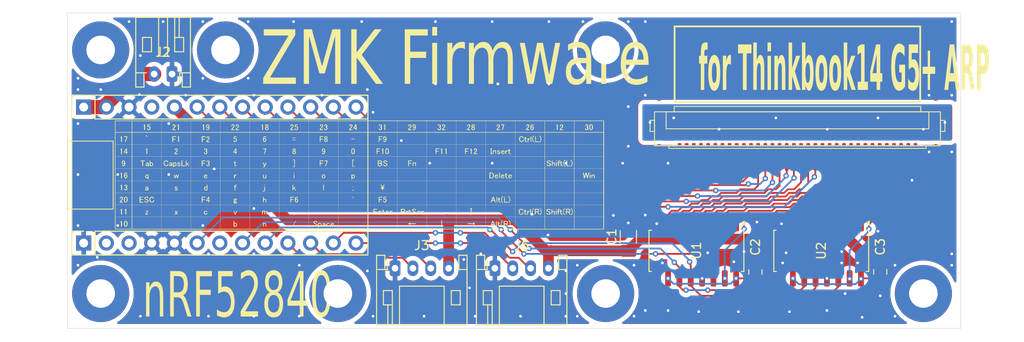
<source format=kicad_pcb>
(kicad_pcb (version 20241229) (generator "pcbnew") (generator_version "9.0")
  (layers (0 "F.Cu" signal) (2 "B.Cu" signal) (13 "F.Paste" user) (15 "B.Paste" user) (5 "F.SilkS" user "F.Silkscreen") (7 "B.SilkS" user "B.Silkscreen") (1 "F.Mask" user) (3 "B.Mask" user) (25 "Edge.Cuts" user))
  (net 0 "")
  (net 7 "GND")
  (net 8 "SCLK")
  (net 9 "GP_1")
  (net 11 "GP_0")
  (net 12 "Earth")
  (net 13 "+3V3")
  (net 14 "CS")
  (net 15 "MISO")
  (net 17 "MOSI")
  (net 19 "BAT+")
  (net 20 "col05")
  (net 21 "col07")
  (net 22 "col02")
  (net 23 "Net-(U1-QH')")
  (net 24 "col00")
  (net 25 "col01")
  (net 26 "col04")
  (net 27 "col03")
  (net 28 "col06")
  (net 29 "col12")
  (net 30 "col09")
  (net 31 "col08")
  (net 32 "col11")
  (net 33 "col10")
  (net 34 "col14")
  (net 35 "col13")
  (net 37 "col15")
  (net 38 "row00")
  (net 42 "row06")
  (net 43 "row02")
  (net 44 "row04")
  (net 46 "row03")
  (net 47 "row01")
  (net 48 "row05")
  (net 49 "row07")
  (net 50 "SDA")
  (net 51 "SCL")
  (footprint "Capacitor_SMD:C_1206_3216Metric_Pad1.33x1.80mm_HandSolder" (layer "F.Cu") (at 193.04 78.105 90)
    (property "Reference" "C1")
    (property "Value" "10uF")
  )
  (footprint "Connector_PinSocket_2.54mm:PinSocket_1x13_P2.54mm_Vertical" (layer "F.Cu") (at 132.08 78.8 90)
    (property "Reference" "J4" (hide yes))
    (property "Value" "Conn_01x13_Socket")
  )
  (footprint "LOGO" (layer "F.Cu") (at 162.941 71.12)
    (property "Reference" "G***" (hide yes))
    (property "Value" "LOGO" (hide yes))
  )
  (footprint "Connector_JST:JST_PH_S4B-PH-K_1x04_P2.00mm_Horizontal" (layer "F.Cu") (at 166.926 81.624)
    (property "Reference" "J3")
    (property "Value" "Conn_01x04_Socket")
  )
  (footprint "Connector_JST:JST_PH_S2B-PH-K_1x02_P2.00mm_Horizontal" (layer "F.Cu") (at 141.97 59.854 180)
    (property "Reference" "J2")
    (property "Value" "Conn_01x02_Pin")
  )
  (footprint "Package_SO:SOP-16_4.4x10.4mm_P1.27mm" (layer "F.Cu") (at 214.63 79.6685 -90)
    (property "Reference" "U2")
    (property "Value" "74HC595")
  )
  (footprint "MountingHole:MountingHole_3.2mm_M3_Pad" (layer "F.Cu") (at 147.955 57.15)
    (property "Reference" "REF**" (hide yes))
    (property "Value" "MountingHole_3.2mm_M3_Pad")
  )
  (footprint "Capacitor_SMD:C_0805_2012Metric_Pad1.18x1.45mm_HandSolder" (layer "F.Cu") (at 221.234 82.0205 90)
    (property "Reference" "C3")
    (property "Value" "0.1uF")
  )
  (footprint "MountingHole:MountingHole_3.2mm_M3_Pad" (layer "F.Cu") (at 160.528 84.455)
    (property "Reference" "REF**" (hide yes))
    (property "Value" "MountingHole_3.2mm_M3_Pad")
  )
  (footprint "Package_SO:SOP-16_4.4x10.4mm_P1.27mm" (layer "F.Cu") (at 200.66 79.6685 -90)
    (property "Reference" "U1")
    (property "Value" "74HC595")
  )
  (footprint "MountingHole:MountingHole_3.2mm_M3_Pad" (layer "F.Cu") (at 190.5 84.455)
    (property "Reference" "REF**" (hide yes))
    (property "Value" "MountingHole_3.2mm_M3_Pad")
  )
  (footprint "MountingHole:MountingHole_3.2mm_M3_Pad" (layer "F.Cu") (at 226.06 84.455)
    (property "Reference" "REF**" (hide yes))
    (property "Value" "MountingHole_3.2mm_M3_Pad")
  )
  (footprint "Connector:FFC-PFC_0.8mm_34Pin" (layer "F.Cu") (at 211.968296 66.04)
    (property "Reference" "J1" (hide yes))
    (property "Value" "Conn_01x34_Pin" (hide yes))
  )
  (footprint "Connector_PinSocket_2.54mm:PinSocket_1x13_P2.54mm_Vertical" (layer "F.Cu") (at 132.08 63.56 90)
    (property "Reference" "J5" (hide yes))
    (property "Value" "Conn_01x13_Socket")
  )
  (footprint "Capacitor_SMD:C_0805_2012Metric_Pad1.18x1.45mm_HandSolder" (layer "F.Cu") (at 207.264 82.042 90)
    (property "Reference" "C2")
    (property "Value" "0.1uF")
  )
  (footprint "Connector_JST:JST_PH_S4B-PH-K_1x04_P2.00mm_Horizontal" (layer "F.Cu") (at 178.102 81.624)
    (property "Reference" "J6")
    (property "Value" "Conn_01x04_Socket")
  )
  (footprint "MountingHole:MountingHole_3.2mm_M3_Pad" (layer "F.Cu") (at 190.5 57.15)
    (property "Reference" "REF**" (hide yes))
    (property "Value" "MountingHole_3.2mm_M3_Pad")
  )
  (footprint "MountingHole:MountingHole_3.2mm_M3_Pad" (layer "F.Cu") (at 133.985 57.15)
    (property "Reference" "REF**" (hide yes))
    (property "Value" "MountingHole_3.2mm_M3_Pad")
  )
  (footprint "MountingHole:MountingHole_3.2mm_M3_Pad" (layer "F.Cu") (at 133.985 84.455)
    (property "Reference" "REF**" (hide yes))
    (property "Value" "MountingHole_3.2mm_M3_Pad")
  )
  (gr_rect (start 198.214296 54.516) (end 225.706296 62.992) (stroke (width 0.2)) (fill no) (layer "F.SilkS"))
  (gr_rect (start 130.75 62.23) (end 163.89 80.13) (stroke (width 0.1)) (fill no) (layer "F.SilkS"))
  (gr_rect (start 130.302 67.37) (end 135.382 74.99) (stroke (width 0.1)) (fill no) (layer "F.SilkS"))
  (gr_rect (start 130.25 53.016) (end 230.25 88.365) (stroke (width 0.05)) (fill no) (layer "Edge.Cuts"))
  (gr_text "for Thinkbook14 G5+ ARP" (at 200.914 62.484 0) (layer "F.SilkS") (effects (font (size 5 1.6) (thickness 0.25) (bold yes)) (justify left bottom)))
  (gr_text "ZMK Firmware" (at 151.892 61.976 0) (layer "F.SilkS") (effects (font (size 6 4.4) (thickness 0.1)) (justify left bottom)))
  (gr_text "nRF52840" (at 138.684 87.884 0) (layer "F.SilkS") (effects (font (size 5 3) (thickness 0.1)) (justify left bottom)))
  (via (at 141.605 65.405) (size 0.6) (drill 0.3) (layers "F.Cu" "B.Cu") (net 7))
  (via (at 186.055 84.455) (size 0.6) (drill 0.3) (layers "F.Cu" "B.Cu") (net 7))
  (via (at 194.945 86.36) (size 0.6) (drill 0.3) (layers "F.Cu" "B.Cu") (net 7))
  (via (at 194.945 53.975) (size 0.6) (drill 0.3) (layers "F.Cu" "B.Cu") (net 7))
  (via (at 131.445 65.405) (size 0.6) (drill 0.3) (layers "F.Cu" "B.Cu") (net 7))
  (via (at 131.445 76.835) (size 0.6) (drill 0.3) (layers "F.Cu" "B.Cu") (net 7))
  (via (at 146.685 70.485) (size 0.6) (drill 0.3) (layers "F.Cu" "B.Cu") (net 7))
  (via (at 205.994 79.756) (size 0.6) (drill 0.3) (layers "F.Cu" "B.Cu") (net 7))
  (via (at 200.914 86.487) (size 0.6) (drill 0.3) (layers "F.Cu" "B.Cu") (net 7))
  (via (at 145.415 76.835) (size 0.6) (drill 0.3) (layers "F.Cu" "B.Cu") (net 7))
  (via (at 216.916 81.026) (size 0.6) (drill 0.3) (layers "F.Cu" "B.Cu") (net 7))
  (via (at 164.465 86.995) (size 0.6) (drill 0.3) (layers "F.Cu" "B.Cu") (net 7))
  (via (at 184.15 60.96) (size 0.6) (drill 0.3) (layers "F.Cu" "B.Cu") (net 7))
  (via (at 170.18 86.995) (size 0.6) (drill 0.3) (layers "F.Cu" "B.Cu") (net 7))
  (via (at 151.13 86.995) (size 0.6) (drill 0.3) (layers "F.Cu" "B.Cu") (net 7))
  (via (at 133.603602 80.390829) (size 0.6) (drill 0.3) (layers "F.Cu" "B.Cu") (net 7))
  (via (at 216.916 79.756) (size 0.6) (drill 0.3) (layers "F.Cu" "B.Cu") (net 7))
  (via (at 171.45 60.96) (size 0.6) (drill 0.3) (layers "F.Cu" "B.Cu") (net 7))
  (via (at 131.445 71.12) (size 0.6) (drill 0.3) (layers "F.Cu" "B.Cu") (net 7))
  (via (at 193.04 60.325) (size 0.6) (drill 0.3) (layers "F.Cu" "B.Cu") (net 7))
  (via (at 163.83 81.915) (size 0.6) (drill 0.3) (layers "F.Cu" "B.Cu") (net 7))
  (via (at 192.405 69.85) (size 0.6) (drill 0.3) (layers "F.Cu" "B.Cu") (net 7))
  (via (at 140.97 53.975) (size 0.6) (drill 0.3) (layers "F.Cu" "B.Cu") (net 7))
  (via (at 194.945 62.23) (size 0.6) (drill 0.3) (layers "F.Cu" "B.Cu") (net 7))
  (via (at 201.93 79.883) (size 0.6) (drill 0.3) (layers "F.Cu" "B.Cu") (net 7))
  (via (at 193.04 76.5425) (size 0.6) (drill 0.3) (layers "F.Cu" "B.Cu") (net 7))
  (via (at 151.13 80.01) (size 0.6) (drill 0.3) (layers "F.Cu" "B.Cu") (net 7))
  (via (at 196.215 76.63) (size 0.6) (drill 0.3) (layers "F.Cu" "B.Cu") (net 7))
  (via (at 146.05 86.995) (size 0.6) (drill 0.3) (layers "F.Cu" "B.Cu") (net 7))
  (via (at 186.055 69.85) (size 0.6) (drill 0.3) (layers "F.Cu" "B.Cu") (net 7))
  (via (at 177.8 69.85) (size 0.6) (drill 0.3) (layers "F.Cu" "B.Cu") (net 7))
  (via (at 163.83 61.595) (size 0.6) (drill 0.3) (layers "F.Cu" "B.Cu") (net 7))
  (via (at 145.415 53.975) (size 0.6) (drill 0.3) (layers "F.Cu" "B.Cu") (net 7))
  (via (at 193.04 67.945) (size 0.6) (drill 0.3) (layers "F.Cu" "B.Cu") (net 7))
  (via (at 171.45 53.975) (size 0.6) (drill 0.3) (layers "F.Cu" "B.Cu") (net 7))
  (via (at 193.675 81.28) (size 0.6) (drill 0.3) (layers "F.Cu" "B.Cu") (net 7))
  (via (at 131.445 81.28) (size 0.6) (drill 0.3) (layers "F.Cu" "B.Cu") (net 7))
  (via (at 193.04 63.5) (size 0.6) (drill 0.3) (layers "F.Cu" "B.Cu") (net 7))
  (via (at 151.13 62.23) (size 0.6) (drill 0.3) (layers "F.Cu" "B.Cu") (net 7))
  (via (at 221.234 84.709) (size 0.6) (drill 0.3) (layers "F.Cu" "B.Cu") (net 7))
  (via (at 184.15 53.975) (size 0.6) (drill 0.3) (layers "F.Cu" "B.Cu") (net 7))
  (via (at 215.265 82.756) (size 0.6) (drill 0.3) (layers "F.Cu" "B.Cu") (net 7))
  (via (at 215.265 86.36) (size 0.6) (drill 0.3) (layers "F.Cu" "B.Cu") (net 7))
  (via (at 141.605 71.12) (size 0.6) (drill 0.3) (layers "F.Cu" "B.Cu") (net 7))
  (via (at 164.465 64.135) (size 0.6) (drill 0.3) (layers "F.Cu" "B.Cu") (net 7))
  (via (at 193.04 53.975) (size 0.6) (drill 0.3) (layers "F.Cu" "B.Cu") (net 7))
  (via (at 222.885 86.995) (size 0.6) (drill 0.3) (layers "F.Cu" "B.Cu") (net 7))
  (via (at 219.202 87.122) (size 0.6) (drill 0.3) (layers "F.Cu" "B.Cu") (net 7))
  (via (at 207.430479 76.443821) (size 0.6) (drill 0.3) (layers "F.Cu" "B.Cu") (net 7))
  (via (at 210.312 81.026) (size 0.6) (drill 0.3) (layers "F.Cu" "B.Cu") (net 7))
  (via (at 138.43 86.995) (size 0.6) (drill 0.3) (layers "F.Cu" "B.Cu") (net 7))
  (via (at 163.195 53.975) (size 0.6) (drill 0.3) (layers "F.Cu" "B.Cu") (net 7))
  (via (at 186.055 81.915) (size 0.6) (drill 0.3) (layers "F.Cu" "B.Cu") (net 7))
  (via (at 155.575 53.975) (size 0.6) (drill 0.3) (layers "F.Cu" "B.Cu") (net 7))
  (via (at 220.98 77.47) (size 0.6) (drill 0.3) (layers "F.Cu" "B.Cu") (net 7))
  (via (at 135.89 76.835) (size 0.6) (drill 0.3) (layers "F.Cu" "B.Cu") (net 7))
  (via (at 175.26 83.82) (size 0.6) (drill 0.3) (layers "F.Cu" "B.Cu") (net 7))
  (via (at 174.625 80.645) (size 0.6) (drill 0.3) (layers "F.Cu" "B.Cu") (net 7))
  (via (at 197.485 69.85) (size 0.6) (drill 0.3) (layers "F.Cu" "B.Cu") (net 7))
  (via (at 187.325 81.28) (size 0.6) (drill 0.3) (layers "F.Cu" "B.Cu") (net 7))
  (via (at 187.96 60.325) (size 0.6) (drill 0.3) (layers "F.Cu" "B.Cu") (net 7))
  (via (at 182.245 75.565) (size 0.6) (drill 0.3) (layers "F.Cu" "B.Cu") (net 7))
  (via (at 204.851 80.899) (size 0.6) (drill 0.3) (layers "F.Cu" "B.Cu") (net 7))
  (via (at 178.435 60.96) (size 0.6) (drill 0.3) (layers "F.Cu" "B.Cu") (net 7))
  (via (at 187.96 53.975) (size 0.6) (drill 0.3) (layers "F.Cu" "B.Cu") (net 7))
  (via (at 137.16 53.975) (size 0.6) (drill 0.3) (layers "F.Cu" "B.Cu") (net 7))
  (via (at 222.885 81.28) (size 0.6) (drill 0.3) (layers "F.Cu" "B.Cu") (net 7))
  (via (at 191.370042 75.698227) (size 0.6) (drill 0.3) (layers "F.Cu" "B.Cu") (net 7))
  (via (at 156.21 86.995) (size 0.6) (drill 0.3) (layers "F.Cu" "B.Cu") (net 7))
  (via (at 178.435 60.96) (size 0.6) (drill 0.3) (layers "F.Cu" "B.Cu") (net 7))
  (via (at 226.695 68.58) (size 0.6) (drill 0.3) (layers "F.Cu" "B.Cu") (net 7))
  (via (at 218.694 81.026) (size 0.6) (drill 0.3) (layers "F.Cu" "B.Cu") (net 7))
  (via (at 177.8 53.975) (size 0.6) (drill 0.3) (layers "F.Cu" "B.Cu") (net 7))
  (via (at 158.75 62.23) (size 0.6) (drill 0.3) (layers "F.Cu" "B.Cu") (net 7))
  (via (at 187.325 86.995) (size 0.6) (drill 0.3) (layers "F.Cu" "B.Cu") (net 7))
  (via (at 186.055 86.995) (size 0.6) (drill 0.3) (layers "F.Cu" "B.Cu") (net 7))
  (via (at 146.05 80.01) (size 0.6) (drill 0.3) (layers "F.Cu" "B.Cu") (net 7))
  (via (at 197.485 86.36) (size 0.6) (drill 0.3) (layers "F.Cu" "B.Cu") (net 7))
  (via (at 150.495 60.325) (size 0.6) (drill 0.3) (layers "F.Cu" "B.Cu") (net 7))
  (via (at 193.675 86.995) (size 0.6) (drill 0.3) (layers "F.Cu" "B.Cu") (net 7))
  (via (at 229.235 68.58) (size 0.6) (drill 0.3) (layers "F.Cu" "B.Cu") (net 7))
  (via (at 131.445 60.325) (size 0.6) (drill 0.3) (layers "F.Cu" "B.Cu") (net 7))
  (via (at 210.185 76.63) (size 0.6) (drill 0.3) (layers "F.Cu" "B.Cu") (net 7))
  (via (at 150.495 53.975) (size 0.6) (drill 0.3) (layers "F.Cu" "B.Cu") (net 7))
  (via (at 217.297 84.455) (size 0.6) (drill 0.3) (layers "F.Cu" "B.Cu") (net 7))
  (via (at 170.815 69.85) (size 0.6) (drill 0.3) (layers "F.Cu" "B.Cu") (net 7))
  (via (at 176.53 80.01) (size 0.6) (drill 0.3) (layers "F.Cu" "B.Cu") (net 7))
  (via (at 143.51 62.23) (size 0.6) (drill 0.3) (layers "F.Cu" "B.Cu") (net 7))
  (via (at 194.934408 75.658402) (size 0.6) (drill 0.3) (layers "F.Cu" "B.Cu") (net 7))
  (via (at 138.43 57.785) (size 0.6) (drill 0.3) (layers "F.Cu" "B.Cu") (net 7))
  (via (at 184.05214 77.893598) (size 0.6) (drill 0.3) (layers "F.Cu" "B.Cu") (net 7))
  (via (at 145.415 60.325) (size 0.6) (drill 0.3) (layers "F.Cu" "B.Cu") (net 7))
  (via (at 175.895 86.995) (size 0.6) (drill 0.3) (layers "F.Cu" "B.Cu") (net 7))
  (via (at 205.359 86.487) (size 0.6) (drill 0.3) (layers "F.Cu" "B.Cu") (net 7))
  (via (at 151.13 74.93) (size 0.6) (drill 0.3) (layers "F.Cu" "B.Cu") (net 7))
  (via (at 180.975 86.995) (size 0.6) (drill 0.3) (layers "F.Cu" "B.Cu") (net 7))
  (via (at 229.235 62.23) (size 0.6) (drill 0.3) (layers "F.Cu" "B.Cu") (net 7))
  (via (at 135.89 71.12) (size 0.6) (drill 0.3) (layers "F.Cu" "B.Cu") (net 7))
  (via (at 229.235 81.28) (size 0.6) (drill 0.3) (layers "F.Cu" "B.Cu") (net 7))
  (via (at 229.235 80.01) (size 0.6) (drill 0.3) (layers "F.Cu" "B.Cu") (net 7))
  (via (at 156.21 81.28) (size 0.6) (drill 0.3) (layers "F.Cu" "B.Cu") (net 7))
  (via (at 229.235 53.975) (size 0.6) (drill 0.3) (layers "F.Cu" "B.Cu") (net 7))
  (via (at 211.074 86.487) (size 0.6) (drill 0.3) (layers "F.Cu" "B.Cu") (net 7))
  (via (at 131.445 61.595) (size 0.6) (drill 0.3) (layers "F.Cu" "B.Cu") (net 7))
  (via (at 133.985 61.595) (size 0.6) (drill 0.3) (layers "F.Cu" "B.Cu") (net 7))
  (via (at 201.295 82.756) (size 0.6) (drill 0.3) (layers "F.Cu" "B.Cu") (net 7))
  (via (at 196.85 81.026) (size 0.6) (drill 0.3) (layers "F.Cu" "B.Cu") (net 7))
  (via (at 226.695 62.23) (size 0.6) (drill 0.3) (layers "F.Cu" "B.Cu") (net 7))
  (via (at 138.327663 62.160873) (size 0.6) (drill 0.3) (layers "F.Cu" "B.Cu") (net 7))
  (via (at 224.79 71.755) (size 0.6) (drill 0.3) (layers "F.Cu" "B.Cu") (net 7))
  (via (at 167.64 67.31) (size 0.6) (drill 0.3) (layers "F.Cu" "B.Cu") (net 7))
  (via (at 210.693 79.883) (size 0.6) (drill 0.3) (layers "F.Cu" "B.Cu") (net 7))
  (segment (start 181.921687 79.41) (end 181.921687 79.389687) (width 0.2) (layer "F.Cu") (net 8))
  (segment (start 181.921687 79.389687) (end 179.832 77.3) (width 0.2) (layer "F.Cu") (net 8))
  (segment (start 199.160501 84.074) (end 198.755 83.668499) (width 0.2) (layer "F.Cu") (net 8))
  (segment (start 212.725 83.668499) (end 212.725 82.756) (width 0.2) (layer "F.Cu") (net 8))
  (segment (start 198.1835 80.9625) (end 198.755 81.534) (width 0.2) (layer "F.Cu") (net 8))
  (segment (start 199.489424 84.074) (end 199.160501 84.074) (width 0.2) (layer "F.Cu") (net 8))
  (segment (start 198.755 83.668499) (end 198.755 82.756) (width 0.2) (layer "F.Cu") (net 8))
  (segment (start 201.93 84.074) (end 212.319499 84.074) (width 0.2) (layer "F.Cu") (net 8))
  (segment (start 212.319499 84.074) (end 212.725 83.668499) (width 0.2) (layer "F.Cu") (net 8))
  (segment (start 198.755 81.534) (end 198.755 82.756) (width 0.2) (layer "F.Cu") (net 8))
  (via (at 201.93 84.074) (size 0.6) (drill 0.3) (layers "F.Cu" "B.Cu") (net 8))
  (via (at 198.1835 80.9625) (size 0.6) (drill 0.3) (layers "F.Cu" "B.Cu") (net 8))
  (via (at 199.489424 84.074) (size 0.6) (drill 0.3) (layers "F.Cu" "B.Cu") (net 8))
  (via (at 179.832 77.3) (size 0.6) (drill 0.3) (layers "F.Cu" "B.Cu") (net 8))
  (via (at 181.921687 79.41) (size 0.6) (drill 0.3) (layers "F.Cu" "B.Cu") (net 8))
  (segment (start 147.634 75.946) (end 144.78 78.8) (width 0.2) (layer "B.Cu") (net 8))
  (segment (start 179.832 77.3) (end 178.478 75.946) (width 0.2) (layer "B.Cu") (net 8))
  (segment (start 198.1835 80.9625) (end 196.631 79.41) (width 0.2) (layer "B.Cu") (net 8))
  (segment (start 199.489424 84.074) (end 201.93 84.074) (width 0.2) (layer "B.Cu") (net 8))
  (segment (start 196.631 79.41) (end 181.921687 79.41) (width 0.2) (layer "B.Cu") (net 8))
  (segment (start 178.478 75.946) (end 147.634 75.946) (width 0.2) (layer "B.Cu") (net 8))
  (segment (start 174.244 78.8) (end 177.278 78.8) (width 0.2) (layer "F.Cu") (net 9))
  (segment (start 162.56 78.8) (end 171.45 78.8) (width 0.2) (layer "F.Cu") (net 9))
  (segment (start 177.278 78.8) (end 180.102 81.624) (width 0.2) (layer "F.Cu") (net 9))
  (via (at 171.45 78.8) (size 0.6) (drill 0.3) (layers "F.Cu" "B.Cu") (net 9))
  (via (at 174.244 78.8) (size 0.6) (drill 0.3) (layers "F.Cu" "B.Cu") (net 9))
  (segment (start 171.45 78.8) (end 174.244 78.8) (width 0.2) (layer "B.Cu") (net 9))
  (segment (start 181.954 81.624) (end 180.778 80.448) (width 0.2) (layer "F.Cu") (net 11))
  (segment (start 180.778 80.448) (end 179.762 80.448) (width 0.2) (layer "F.Cu") (net 11))
  (segment (start 171.45 77.649) (end 161.171 77.649) (width 0.2) (layer "F.Cu") (net 11))
  (segment (start 176.963 77.649) (end 174.244 77.649) (width 0.2) (layer "F.Cu") (net 11))
  (segment (start 182.102 81.624) (end 181.954 81.624) (width 0.2) (layer "F.Cu") (net 11))
  (segment (start 179.762 80.448) (end 176.963 77.649) (width 0.2) (layer "F.Cu") (net 11))
  (segment (start 161.171 77.649) (end 160.02 78.8) (width 0.2) (layer "F.Cu") (net 11))
  (via (at 174.244 77.649) (size 0.6) (drill 0.3) (layers "F.Cu" "B.Cu") (net 11))
  (via (at 171.45 77.649) (size 0.6) (drill 0.3) (layers "F.Cu" "B.Cu") (net 11))
  (segment (start 174.244 77.649) (end 171.45 77.649) (width 0.2) (layer "B.Cu") (net 11))
  (via (at 226.06 66.04) (size 0.6) (drill 0.3) (layers "F.Cu" "B.Cu") (net 12))
  (via (at 195.468296 65.278) (size 0.6) (drill 0.3) (layers "F.Cu" "B.Cu") (net 12))
  (via (at 215.302237 66.04) (size 0.6) (drill 0.3) (layers "F.Cu" "B.Cu") (net 12))
  (via (at 198.12 64.77) (size 0.6) (drill 0.3) (layers "F.Cu" "B.Cu") (net 12))
  (via (at 220.98 64.77) (size 0.6) (drill 0.3) (layers "F.Cu" "B.Cu") (net 12))
  (via (at 203.2 66.04) (size 0.6) (drill 0.3) (layers "F.Cu" "B.Cu") (net 12))
  (via (at 209.55 64.77) (size 0.6) (drill 0.3) (layers "F.Cu" "B.Cu") (net 12))
  (via (at 228.468296 65.278) (size 0.6) (drill 0.3) (layers "F.Cu" "B.Cu") (net 12))
  (segment (start 184.404 79.6675) (end 183.8075 79.6675) (width 1.2) (layer "F.Cu") (net 13))
  (segment (start 219.964 80.645) (end 219.964 81.788) (width 0.6) (layer "F.Cu") (net 13))
  (segment (start 218.948 79.629) (end 217.678 78.359) (width 1.2) (layer "F.Cu") (net 13))
  (segment (start 218.948 79.629) (end 219.964 80.645) (width 0.6) (layer "F.Cu") (net 13))
  (segment (start 208.5555 83.0795) (end 207.264 83.0795) (width 1.2) (layer "F.Cu") (net 13))
  (segment (start 208.873 82.762) (end 208.5555 83.0795) (width 1.2) (layer "F.Cu") (net 13))
  (segment (start 172.72 76.2) (end 172.926 76.406) (width 1.2) (layer "F.Cu") (net 13))
  (segment (start 172.72 76.2) (end 154.88 76.2) (width 1.2) (layer "F.Cu") (net 13))
  (segment (start 154.88 76.2) (end 142.24 63.56) (width 1.2) (layer "F.Cu") (net 13))
  (segment (start 219.964 81.788) (end 221.234 83.058) (width 0.6) (layer "F.Cu") (net 13))
  (segment (start 206.9405 82.756) (end 207.264 83.0795) (width 0.2) (layer "F.Cu") (net 13))
  (segment (start 193.04 79.6675) (end 194.3485 78.359) (width 1.2) (layer "F.Cu") (net 13))
  (segment (start 208.873 79.7525) (end 208.873 82.762) (width 1.2) (layer "F.Cu") (net 13))
  (segment (start 207.4795 78.359) (end 208.788 79.6675) (width 1.2) (layer "F.Cu") (net 13))
  (segment (start 194.3485 78.359) (end 207.4795 78.359) (width 1.2) (layer "F.Cu") (net 13))
  (segment (start 184.404 79.6675) (end 184.102 79.9695) (width 1.2) (layer "F.Cu") (net 13))
  (segment (start 172.926 76.406) (end 172.926 81.624) (width 1.2) (layer "F.Cu") (net 13))
  (segment (start 205.105 82.756) (end 206.9405 82.756) (width 0.2) (layer "F.Cu") (net 13))
  (segment (start 220.932 82.756) (end 221.234 83.058) (width 0.2) (layer "F.Cu") (net 13))
  (segment (start 193.04 79.6675) (end 184.404 79.6675) (width 1.2) (layer "F.Cu") (net 13))
  (segment (start 180.34 76.2) (end 172.72 76.2) (width 1.2) (layer "F.Cu") (net 13))
  (segment (start 219.075 82.756) (end 220.932 82.756) (width 0.2) (layer "F.Cu") (net 13))
  (segment (start 217.678 78.359) (end 210.0965 78.359) (width 1.2) (layer "F.Cu") (net 13))
  (segment (start 208.788 79.6675) (end 208.873 79.7525) (width 1.2) (layer "F.Cu") (net 13))
  (segment (start 184.102 79.9695) (end 184.102 81.624) (width 1.2) (layer "F.Cu") (net 13))
  (segment (start 210.0965 78.359) (end 208.788 79.6675) (width 1.2) (layer "F.Cu") (net 13))
  (segment (start 183.8075 79.6675) (end 180.34 76.2) (width 1.2) (layer "F.Cu") (net 13))
  (via (at 211.455 82.756) (size 0.6) (drill 0.3) (layers "F.Cu" "B.Cu") (net 13))
  (via (at 197.485 82.756) (size 0.6) (drill 0.3) (layers "F.Cu" "B.Cu") (net 13))
  (via (at 219.075 82.804) (size 0.6) (drill 0.3) (layers "F.Cu" "B.Cu") (net 13))
  (via (at 205.105 82.756) (size 0.6) (drill 0.3) (layers "F.Cu" "B.Cu") (net 13))
  (segment (start 218.474 83.405) (end 212.104 83.405) (width 0.2) (layer "B.Cu") (net 13))
  (segment (start 212.104 83.405) (end 211.455 82.756) (width 0.2) (layer "B.Cu") (net 13))
  (segment (start 204.504 83.357) (end 198.086 83.357) (width 0.2) (layer "B.Cu") (net 13))
  (segment (start 198.086 83.357) (end 197.485 82.756) (width 0.2) (layer "B.Cu") (net 13))
  (segment (start 219.075 82.804) (end 218.474 83.405) (width 0.2) (layer "B.Cu") (net 13))
  (segment (start 205.105 82.756) (end 204.504 83.357) (width 0.2) (layer "B.Cu") (net 13))
  (segment (start 201.168 84.709) (end 213.106 84.709) (width 0.2) (layer "F.Cu") (net 14))
  (segment (start 199.898 80.899) (end 199.898 81.153) (width 0.2) (layer "F.Cu") (net 14))
  (segment (start 213.995 83.82) (end 213.995 82.756) (width 0.2) (layer "F.Cu") (net 14))
  (segment (start 200.025 83.566) (end 201.168 84.709) (width 0.2) (layer "F.Cu") (net 14))
  (segment (start 180.086 79.756) (end 177.63 77.3) (width 0.2) (layer "F.Cu") (net 14))
  (segment (start 200.025 82.756) (end 200.025 83.566) (width 0.2) (layer "F.Cu") (net 14))
  (segment (start 199.898 81.153) (end 200.025 81.28) (width 0.2) (layer "F.Cu") (net 14))
  (segment (start 200.025 81.28) (end 200.025 82.756) (width 0.2) (layer "F.Cu") (net 14))
  (segment (start 213.106 84.709) (end 213.995 83.82) (width 0.2) (layer "F.Cu") (net 14))
  (segment (start 177.63 77.3) (end 177.546 77.3) (width 0.2) (layer "F.Cu") (net 14))
  (via (at 199.898 80.899) (size 0.6) (drill 0.3) (layers "F.Cu" "B.Cu") (net 14))
  (via (at 180.086 79.756) (size 0.6) (drill 0.3) (layers "F.Cu" "B.Cu") (net 14))
  (via (at 177.546 77.3) (size 0.6) (drill 0.3) (layers "F.Cu" "B.Cu") (net 14))
  (segment (start 199.898 80.772) (end 197.935 78.809) (width 0.2) (layer "B.Cu") (net 14))
  (segment (start 181.033 78.809) (end 180.086 79.756) (width 0.2) (layer "B.Cu") (net 14))
  (segment (start 199.898 80.899) (end 199.898 80.772) (width 0.2) (layer "B.Cu") (net 14))
  (segment (start 197.935 78.809) (end 181.033 78.809) (width 0.2) (layer "B.Cu") (net 14))
  (segment (start 177.294 77.048) (end 154.152 77.048) (width 0.2) (layer "B.Cu") (net 14))
  (segment (start 154.152 77.048) (end 152.4 78.8) (width 0.2) (layer "B.Cu") (net 14))
  (segment (start 177.546 77.3) (end 177.294 77.048) (width 0.2) (layer "B.Cu") (net 14))
  (segment (start 200.731499 80.01) (end 202.565 81.843501) (width 0.2) (layer "F.Cu") (net 17))
  (segment (start 181.356 80.01) (end 178.816 77.47) (width 0.2) (layer "F.Cu") (net 17))
  (segment (start 196.088 80.01) (end 200.731499 80.01) (width 0.2) (layer "F.Cu") (net 17))
  (segment (start 178.816 77.47) (end 178.816 77.3) (width 0.2) (layer "F.Cu") (net 17))
  (segment (start 202.565 81.843501) (end 202.565 82.756) (width 0.2) (layer "F.Cu") (net 17))
  (via (at 181.356 80.01) (size 0.6) (drill 0.3) (layers "F.Cu" "B.Cu") (net 17))
  (via (at 178.816 77.3) (size 0.6) (drill 0.3) (layers "F.Cu" "B.Cu") (net 17))
  (via (at 196.088 80.01) (size 0.6) (drill 0.3) (layers "F.Cu" "B.Cu") (net 17))
  (segment (start 196.088 80.01) (end 181.356 80.01) (width 0.2) (layer "B.Cu") (net 17))
  (segment (start 178.816 77.3) (end 177.97 76.454) (width 0.2) (layer "B.Cu") (net 17))
  (segment (start 152.206 76.454) (end 149.86 78.8) (width 0.2) (layer "B.Cu") (net 17))
  (segment (start 177.97 76.454) (end 152.206 76.454) (width 0.2) (layer "B.Cu") (net 17))
  (segment (start 132.08 63.56) (end 134.62 63.56) (width 1.6) (layer "F.Cu") (net 19))
  (segment (start 139.97 59.854) (end 138.012 59.854) (width 1.6) (layer "F.Cu") (net 19))
  (segment (start 134.62 63.246) (end 134.62 63.56) (width 1.6) (layer "F.Cu") (net 19))
  (segment (start 138.012 59.854) (end 134.62 63.246) (width 1.6) (layer "F.Cu") (net 19))
  (segment (start 210.879401 72.778) (end 211.582301 72.778) (width 0.2) (layer "F.Cu") (net 20))
  (segment (start 210.478401 73.179) (end 210.879401 72.778) (width 0.2) (layer "F.Cu") (net 20))
  (segment (start 202.252801 74.783) (end 202.653801 74.382) (width 0.2) (layer "F.Cu") (net 20))
  (segment (start 208.4455 73.58) (end 208.8465 73.179) (width 0.2) (layer "F.Cu") (net 20))
  (segment (start 211.582301 72.778) (end 212.368296 71.992005) (width 0.2) (layer "F.Cu") (net 20))
  (segment (start 201.549901 74.783) (end 202.252801 74.783) (width 0.2) (layer "F.Cu") (net 20))
  (segment (start 203.356701 74.382) (end 203.757701 73.981) (width 0.2) (layer "F.Cu") (net 20))
  (segment (start 205.4856 73.981) (end 205.8866 73.58) (width 0.2) (layer "F.Cu") (net 20))
  (segment (start 203.757701 73.981) (end 205.4856 73.981) (width 0.2) (layer "F.Cu") (net 20))
  (segment (start 200.025 76.63) (end 200.025 75.605001) (width 0.2) (layer "F.Cu") (net 20))
  (segment (start 205.8866 73.58) (end 208.4455 73.58) (width 0.2) (layer "F.Cu") (net 20))
  (segment (start 200.446001 75.184) (end 201.148901 75.184) (width 0.2) (layer "F.Cu") (net 20))
  (segment (start 212.368296 71.992005) (end 212.368296 69.14) (width 0.2) (layer "F.Cu") (net 20))
  (segment (start 208.8465 73.179) (end 210.478401 73.179) (width 0.2) (layer "F.Cu") (net 20))
  (segment (start 202.653801 74.382) (end 203.356701 74.382) (width 0.2) (layer "F.Cu") (net 20))
  (segment (start 201.148901 75.184) (end 201.549901 74.783) (width 0.2) (layer "F.Cu") (net 20))
  (segment (start 200.025 75.605001) (end 200.446001 75.184) (width 0.2) (layer "F.Cu") (net 20))
  (segment (start 205.5544 72.778) (end 207.13 72.778) (width 0.2) (layer "F.Cu") (net 21))
  (segment (start 198.608901 75.184) (end 199.009901 74.783) (width 0.2) (layer "F.Cu") (net 21))
  (segment (start 197.906001 75.184) (end 198.608901 75.184) (width 0.2) (layer "F.Cu") (net 21))
  (segment (start 203.024501 73.58) (end 203.425501 73.179) (width 0.2) (layer "F.Cu") (net 21))
  (segment (start 200.816701 74.382) (end 201.217701 73.981) (width 0.2) (layer "F.Cu") (net 21))
  (segment (start 199.712801 74.783) (end 200.113801 74.382) (width 0.2) (layer "F.Cu") (net 21))
  (segment (start 207.13 72.778) (end 207.568296 72.339704) (width 0.2) (layer "F.Cu") (net 21))
  (segment (start 201.920601 73.981) (end 202.321601 73.58) (width 0.2) (layer "F.Cu") (net 21))
  (segment (start 203.425501 73.179) (end 205.1534 73.179) (width 0.2) (layer "F.Cu") (net 21))
  (segment (start 197.485 75.605001) (end 197.906001 75.184) (width 0.2) (layer "F.Cu") (net 21))
  (segment (start 207.568296 72.339704) (end 207.568296 69.14) (width 0.2) (layer "F.Cu") (net 21))
  (segment (start 200.113801 74.382) (end 200.816701 74.382) (width 0.2) (layer "F.Cu") (net 21))
  (segment (start 205.1534 73.179) (end 205.5544 72.778) (width 0.2) (layer "F.Cu") (net 21))
  (segment (start 197.485 76.63) (end 197.485 75.605001) (width 0.2) (layer "F.Cu") (net 21))
  (segment (start 201.217701 73.981) (end 201.920601 73.981) (width 0.2) (layer "F.Cu") (net 21))
  (segment (start 202.321601 73.58) (end 203.024501 73.58) (width 0.2) (layer "F.Cu") (net 21))
  (segment (start 199.009901 74.783) (end 199.712801 74.783) (width 0.2) (layer "F.Cu") (net 21))
  (segment (start 209.3448 74.382) (end 210.976701 74.382) (width 0.2) (layer "F.Cu") (net 22))
  (segment (start 204.256001 75.184) (end 205.9839 75.184) (width 0.2) (layer "F.Cu") (net 22))
  (segment (start 203.835 76.63) (end 203.835 75.605001) (width 0.2) (layer "F.Cu") (net 22))
  (segment (start 213.184501 73.58) (end 213.585501 73.179) (width 0.2) (layer "F.Cu") (net 22))
  (segment (start 208.9438 74.783) (end 209.3448 74.382) (width 0.2) (layer "F.Cu") (net 22))
  (segment (start 212.080601 73.981) (end 212.481601 73.58) (width 0.2) (layer "F.Cu") (net 22))
  (segment (start 203.835 75.605001) (end 204.256001 75.184) (width 0.2) (layer "F.Cu") (net 22))
  (segment (start 213.585501 73.179) (end 214.288401 73.179) (width 0.2) (layer "F.Cu") (net 22))
  (segment (start 205.9839 75.184) (end 206.3849 74.783) (width 0.2) (layer "F.Cu") (net 22))
  (segment (start 211.377701 73.981) (end 212.080601 73.981) (width 0.2) (layer "F.Cu") (net 22))
  (segment (start 214.288401 73.179) (end 214.689401 72.778) (width 0.2) (layer "F.Cu") (net 22))
  (segment (start 212.481601 73.58) (end 213.184501 73.58) (width 0.2) (layer "F.Cu") (net 22))
  (segment (start 210.976701 74.382) (end 211.377701 73.981) (width 0.2) (layer "F.Cu") (net 22))
  (segment (start 215.568296 72.467704) (end 215.568296 69.14) (width 0.2) (layer "F.Cu") (net 22))
  (segment (start 215.258 72.778) (end 215.568296 72.467704) (width 0.2) (layer "F.Cu") (net 22))
  (segment (start 206.3849 74.783) (end 208.9438 74.783) (width 0.2) (layer "F.Cu") (net 22))
  (segment (start 214.689401 72.778) (end 215.258 72.778) (width 0.2) (layer "F.Cu") (net 22))
  (segment (start 196.215 82.756) (end 196.215 83.668499) (width 0.2) (layer "F.Cu") (net 23))
  (segment (start 215.011 85.217) (end 216.535 83.693) (width 0.2) (layer "F.Cu") (net 23))
  (segment (start 196.215 83.668499) (end 197.763501 85.217) (width 0.2) (layer "F.Cu") (net 23))
  (segment (start 216.535 83.693) (end 216.535 82.756) (width 0.2) (layer "F.Cu") (net 23))
  (segment (start 197.763501 85.217) (end 215.011 85.217) (width 0.2) (layer "F.Cu") (net 23))
  (segment (start 215.724501 73.58) (end 216.125501 73.179) (width 0.2) (layer "F.Cu") (net 24))
  (segment (start 213.917701 73.981) (end 214.620601 73.981) (width 0.2) (layer "F.Cu") (net 24))
  (segment (start 212.813801 74.382) (end 213.516701 74.382) (width 0.2) (layer "F.Cu") (net 24))
  (segment (start 215.021601 73.58) (end 215.724501 73.58) (width 0.2) (layer "F.Cu") (net 24))
  (segment (start 205.994 77.216) (end 205.994 76.327) (width 0.2) (layer "F.Cu") (net 24))
  (segment (start 205.994 76.327) (end 206.736 75.585) (width 0.2) (layer "F.Cu") (net 24))
  (segment (start 217.168296 72.391704) (end 217.168296 69.14) (width 0.2) (layer "F.Cu") (net 24))
  (segment (start 206.736 75.585) (end 209.276 75.585) (width 0.2) (layer "F.Cu") (net 24))
  (segment (start 216.381 73.179) (end 217.168296 72.391704) (width 0.2) (layer "F.Cu") (net 24))
  (segment (start 211.308901 75.184) (end 211.709901 74.783) (width 0.2) (layer "F.Cu") (net 24))
  (segment (start 212.412801 74.783) (end 212.813801 74.382) (width 0.2) (layer "F.Cu") (net 24))
  (segment (start 216.125501 73.179) (end 216.381 73.179) (width 0.2) (layer "F.Cu") (net 24))
  (segment (start 209.276 75.585) (end 209.677 75.184) (width 0.2) (layer "F.Cu") (net 24))
  (segment (start 213.516701 74.382) (end 213.917701 73.981) (width 0.2) (layer "F.Cu") (net 24))
  (segment (start 214.620601 73.981) (end 215.021601 73.58) (width 0.2) (layer "F.Cu") (net 24))
  (segment (start 209.677 75.184) (end 211.308901 75.184) (width 0.2) (layer "F.Cu") (net 24))
  (segment (start 211.709901 74.783) (end 212.412801 74.783) (width 0.2) (layer "F.Cu") (net 24))
  (via (at 205.994 77.216) (size 0.6) (drill 0.3) (layers "F.Cu" "B.Cu") (net 24))
  (via (at 203.835 82.756) (size 0.6) (drill 0.3) (layers "F.Cu" "B.Cu") (net 24))
  (segment (start 203.835 79.629) (end 203.835 82.756) (width 0.2) (layer "B.Cu") (net 24))
  (segment (start 205.994 77.216) (end 205.994 77.47) (width 0.2) (layer "B.Cu") (net 24))
  (segment (start 205.994 77.47) (end 203.835 79.629) (width 0.2) (layer "B.Cu") (net 24))
  (segment (start 214.454501 73.58) (end 213.751601 73.58) (width 0.2) (layer "F.Cu") (net 25))
  (segment (start 209.1099 75.184) (end 206.551 75.184) (width 0.2) (layer "F.Cu") (net 25))
  (segment (start 213.350601 73.981) (end 212.647701 73.981) (width 0.2) (layer "F.Cu") (net 25))
  (segment (start 211.142801 74.783) (end 209.5109 74.783) (width 0.2) (layer "F.Cu") (net 25))
  (segment (start 211.543801 74.382) (end 211.142801 74.783) (width 0.2) (layer "F.Cu") (net 25))
  (segment (start 216.360401 72.377) (end 215.558401 73.179) (width 0.2) (layer "F.Cu") (net 25))
  (segment (start 213.751601 73.58) (end 213.350601 73.981) (width 0.2) (layer "F.Cu") (net 25))
  (segment (start 206.551 75.184) (end 205.105 76.63) (width 0.2) (layer "F.Cu") (net 25))
  (segment (start 216.368296 69.14) (end 216.368296 72.377) (width 0.2) (layer "F.Cu") (net 25))
  (segment (start 215.558401 73.179) (end 214.855501 73.179) (width 0.2) (layer "F.Cu") (net 25))
  (segment (start 209.5109 74.783) (end 209.1099 75.184) (width 0.2) (layer "F.Cu") (net 25))
  (segment (start 212.246701 74.382) (end 211.543801 74.382) (width 0.2) (layer "F.Cu") (net 25))
  (segment (start 214.855501 73.179) (end 214.454501 73.58) (width 0.2) (layer "F.Cu") (net 25))
  (segment (start 216.368296 72.377) (end 216.360401 72.377) (width 0.2) (layer "F.Cu") (net 25))
  (segment (start 212.647701 73.981) (end 212.246701 74.382) (width 0.2) (layer "F.Cu") (net 25))
  (segment (start 202.819901 74.783) (end 203.522801 74.783) (width 0.2) (layer "F.Cu") (net 26))
  (segment (start 202.418901 75.184) (end 202.819901 74.783) (width 0.2) (layer "F.Cu") (net 26))
  (segment (start 212.149401 72.778) (end 212.464 72.778) (width 0.2) (layer "F.Cu") (net 26))
  (segment (start 208.6116 73.981) (end 209.0126 73.58) (width 0.2) (layer "F.Cu") (net 26))
  (segment (start 203.522801 74.783) (end 203.923801 74.382) (width 0.2) (layer "F.Cu") (net 26))
  (segment (start 209.0126 73.58) (end 210.644501 73.58) (width 0.2) (layer "F.Cu") (net 26))
  (segment (start 213.168296 72.073704) (end 213.168296 69.14) (width 0.2) (layer "F.Cu") (net 26))
  (segment (start 211.748401 73.179) (end 212.149401 72.778) (width 0.2) (layer "F.Cu") (net 26))
  (segment (start 205.6517 74.382) (end 206.0527 73.981) (width 0.2) (layer "F.Cu") (net 26))
  (segment (start 201.716001 75.184) (end 202.418901 75.184) (width 0.2) (layer "F.Cu") (net 26))
  (segment (start 203.923801 74.382) (end 205.6517 74.382) (width 0.2) (layer "F.Cu") (net 26))
  (segment (start 206.0527 73.981) (end 208.6116 73.981) (width 0.2) (layer "F.Cu") (net 26))
  (segment (start 212.464 72.778) (end 213.168296 72.073704) (width 0.2) (layer "F.Cu") (net 26))
  (segment (start 210.644501 73.58) (end 211.045501 73.179) (width 0.2) (layer "F.Cu") (net 26))
  (segment (start 211.045501 73.179) (end 211.748401 73.179) (width 0.2) (layer "F.Cu") (net 26))
  (segment (start 201.295 76.63) (end 201.295 75.605001) (width 0.2) (layer "F.Cu") (net 26))
  (segment (start 201.295 75.605001) (end 201.716001 75.184) (width 0.2) (layer "F.Cu") (net 26))
  (segment (start 206.2188 74.382) (end 208.7777 74.382) (width 0.2) (layer "F.Cu") (net 27))
  (segment (start 209.1787 73.981) (end 210.810601 73.981) (width 0.2) (layer "F.Cu") (net 27))
  (segment (start 214.768296 72.124704) (end 214.768296 69.14) (width 0.2) (layer "F.Cu") (net 27))
  (segment (start 202.565 75.605001) (end 202.986001 75.184) (width 0.2) (layer "F.Cu") (net 27))
  (segment (start 214.115 72.778) (end 214.768296 72.124704) (width 0.2) (layer "F.Cu") (net 27))
  (segment (start 203.688901 75.184) (end 204.089901 74.783) (width 0.2) (layer "F.Cu") (net 27))
  (segment (start 210.810601 73.981) (end 211.211601 73.58) (width 0.2) (layer "F.Cu") (net 27))
  (segment (start 211.914501 73.58) (end 212.315501 73.179) (width 0.2) (layer "F.Cu") (net 27))
  (segment (start 211.211601 73.58) (end 211.914501 73.58) (width 0.2) (layer "F.Cu") (net 27))
  (segment (start 202.986001 75.184) (end 203.688901 75.184) (width 0.2) (layer "F.Cu") (net 27))
  (segment (start 204.089901 74.783) (end 205.8178 74.783) (width 0.2) (layer "F.Cu") (net 27))
  (segment (start 205.8178 74.783) (end 206.2188 74.382) (width 0.2) (layer "F.Cu") (net 27))
  (segment (start 202.565 76.63) (end 202.565 75.605001) (width 0.2) (layer "F.Cu") (net 27))
  (segment (start 213.419401 72.778) (end 214.115 72.778) (width 0.2) (layer "F.Cu") (net 27))
  (segment (start 212.315501 73.179) (end 213.018401 73.179) (width 0.2) (layer "F.Cu") (net 27))
  (segment (start 213.018401 73.179) (end 213.419401 72.778) (width 0.2) (layer "F.Cu") (net 27))
  (segment (start 208.7777 74.382) (end 209.1787 73.981) (width 0.2) (layer "F.Cu") (net 27))
  (segment (start 209.968296 72.352704) (end 209.968296 69.14) (width 0.2) (layer "F.Cu") (net 28))
  (segment (start 201.383801 74.382) (end 202.086701 74.382) (width 0.2) (layer "F.Cu") (net 28))
  (segment (start 205.3195 73.58) (end 205.7205 73.179) (width 0.2) (layer "F.Cu") (net 28))
  (segment (start 208.2794 73.179) (end 208.6804 72.778) (width 0.2) (layer "F.Cu") (net 28))
  (segment (start 202.487701 73.981) (end 203.190601 73.981) (width 0.2) (layer "F.Cu") (net 28))
  (segment (start 200.279901 74.783) (end 200.982801 74.783) (width 0.2) (layer "F.Cu") (net 28))
  (segment (start 203.190601 73.981) (end 203.591601 73.58) (width 0.2) (layer "F.Cu") (net 28))
  (segment (start 209.543 72.778) (end 209.968296 72.352704) (width 0.2) (layer "F.Cu") (net 28))
  (segment (start 203.591601 73.58) (end 205.3195 73.58) (width 0.2) (layer "F.Cu") (net 28))
  (segment (start 198.755 76.63) (end 198.755 75.605001) (width 0.2) (layer "F.Cu") (net 28))
  (segment (start 199.176001 75.184) (end 199.878901 75.184) (width 0.2) (layer "F.Cu") (net 28))
  (segment (start 208.6804 72.778) (end 209.543 72.778) (width 0.2) (layer "F.Cu") (net 28))
  (segment (start 198.755 75.605001) (end 199.176001 75.184) (width 0.2) (layer "F.Cu") (net 28))
  (segment (start 200.982801 74.783) (end 201.383801 74.382) (width 0.2) (layer "F.Cu") (net 28))
  (segment (start 202.086701 74.382) (end 202.487701 73.981) (width 0.2) (layer "F.Cu") (net 28))
  (segment (start 205.7205 73.179) (end 208.2794 73.179) (width 0.2) (layer "F.Cu") (net 28))
  (segment (start 199.878901 75.184) (end 200.279901 74.783) (width 0.2) (layer "F.Cu") (net 28))
  (segment (start 215.265 76.63) (end 215.265 75.605001) (width 0.2) (layer "F.Cu") (net 29))
  (segment (start 215.686001 75.184) (end 216.388901 75.184) (width 0.2) (layer "F.Cu") (net 29))
  (segment (start 217.317 74.783) (end 217.718 74.382) (width 0.2) (layer "F.Cu") (net 29))
  (segment (start 217.718 74.382) (end 218.607 74.382) (width 0.2) (layer "F.Cu") (net 29))
  (segment (start 216.388901 75.184) (end 216.789901 74.783) (width 0.2) (layer "F.Cu") (net 29))
  (segment (start 220.368296 72.620704) (end 220.368296 69.14) (width 0.2) (layer "F.Cu") (net 29))
  (segment (start 215.265 75.605001) (end 215.686001 75.184) (width 0.2) (layer "F.Cu") (net 29))
  (segment (start 216.789901 74.783) (end 217.317 74.783) (width 0.2) (layer "F.Cu") (net 29))
  (segment (start 218.607 74.382) (end 220.368296 72.620704) (width 0.2) (layer "F.Cu") (net 29))
  (segment (start 219.075 76.63) (end 219.075 76.581) (width 0.2) (layer "F.Cu") (net 30))
  (segment (start 222.768296 72.887704) (end 222.768296 69.14) (width 0.2) (layer "F.Cu") (net 30))
  (segment (start 219.075 76.581) (end 222.768296 72.887704) (width 0.2) (layer "F.Cu") (net 30))
  (segment (start 223.568296 73.103704) (end 223.568296 69.14) (width 0.2) (layer "F.Cu") (net 31))
  (segment (start 219.964 77.216) (end 219.964 76.708) (width 0.2) (layer "F.Cu") (net 31))
  (segment (start 219.964 76.708) (end 223.568296 73.103704) (width 0.2) (layer "F.Cu") (net 31))
  (via (at 219.964 77.216) (size 0.6) (drill 0.3) (layers "F.Cu" "B.Cu") (net 31))
  (via (at 217.805 82.804) (size 0.6) (drill 0.3) (layers "F.Cu" "B.Cu") (net 31))
  (segment (start 219.964 77.47) (end 217.805 79.629) (width 0.2) (layer "B.Cu") (net 31))
  (segment (start 217.805 79.629) (end 217.805 82.804) (width 0.2) (layer "B.Cu") (net 31))
  (segment (start 219.964 77.216) (end 219.964 77.47) (width 0.2) (layer "B.Cu") (net 31))
  (segment (start 217.551 75.184) (end 217.952 74.783) (width 0.2) (layer "F.Cu") (net 32))
  (segment (start 216.956001 75.184) (end 217.551 75.184) (width 0.2) (layer "F.Cu") (net 32))
  (segment (start 216.535 76.63) (end 216.535 75.605001) (width 0.2) (layer "F.Cu") (net 32))
  (segment (start 216.535 75.605001) (end 216.956001 75.184) (width 0.2) (layer "F.Cu") (net 32))
  (segment (start 219.095 74.783) (end 221.168296 72.709704) (width 0.2) (layer "F.Cu") (net 32))
  (segment (start 221.168296 72.709704) (end 221.168296 69.14) (width 0.2) (layer "F.Cu") (net 32))
  (segment (start 217.952 74.783) (end 219.095 74.783) (width 0.2) (layer "F.Cu") (net 32))
  (segment (start 217.805 76.63) (end 217.805 75.605001) (width 0.2) (layer "F.Cu") (net 33))
  (segment (start 219.583 75.184) (end 221.968296 72.798704) (width 0.2) (layer "F.Cu") (net 33))
  (segment (start 221.968296 72.798704) (end 221.968296 69.14) (width 0.2) (layer "F.Cu") (net 33))
  (segment (start 217.805 75.605001) (end 218.226001 75.184) (width 0.2) (layer "F.Cu") (net 33))
  (segment (start 218.226001 75.184) (end 219.583 75.184) (width 0.2) (layer "F.Cu") (net 33))
  (segment (start 216.457701 73.981) (end 216.849 73.981) (width 0.2) (layer "F.Cu") (net 34))
  (segment (start 213.146001 75.184) (end 213.848901 75.184) (width 0.2) (layer "F.Cu") (net 34))
  (segment (start 214.249901 74.783) (end 214.952801 74.783) (width 0.2) (layer "F.Cu") (net 34))
  (segment (start 212.725 75.605001) (end 213.146001 75.184) (width 0.2) (layer "F.Cu") (net 34))
  (segment (start 216.056701 74.382) (end 216.457701 73.981) (width 0.2) (layer "F.Cu") (net 34))
  (segment (start 216.849 73.981) (end 217.25 73.58) (width 0.2) (layer "F.Cu") (net 34))
  (segment (start 218.768296 72.442704) (end 218.768296 69.14) (width 0.2) (layer "F.Cu") (net 34))
  (segment (start 215.353801 74.382) (end 216.056701 74.382) (width 0.2) (layer "F.Cu") (net 34))
  (segment (start 212.725 76.63) (end 212.725 75.605001) (width 0.2) (layer "F.Cu") (net 34))
  (segment (start 217.25 73.58) (end 217.631 73.58) (width 0.2) (layer "F.Cu") (net 34))
  (segment (start 214.952801 74.783) (end 215.353801 74.382) (width 0.2) (layer "F.Cu") (net 34))
  (segment (start 213.848901 75.184) (end 214.249901 74.783) (width 0.2) (layer "F.Cu") (net 34))
  (segment (start 217.631 73.58) (end 218.768296 72.442704) (width 0.2) (layer "F.Cu") (net 34))
  (segment (start 218.119 73.981) (end 219.568296 72.531704) (width 0.2) (layer "F.Cu") (net 35))
  (segment (start 214.416001 75.184) (end 215.118901 75.184) (width 0.2) (layer "F.Cu") (net 35))
  (segment (start 219.568296 72.531704) (end 219.568296 69.14) (width 0.2) (layer "F.Cu") (net 35))
  (segment (start 215.519901 74.783) (end 216.222801 74.783) (width 0.2) (layer "F.Cu") (net 35))
  (segment (start 217.484 73.981) (end 218.119 73.981) (width 0.2) (layer "F.Cu") (net 35))
  (segment (start 217.083 74.382) (end 217.484 73.981) (width 0.2) (layer "F.Cu") (net 35))
  (segment (start 213.995 76.63) (end 213.995 75.605001) (width 0.2) (layer "F.Cu") (net 35))
  (segment (start 213.995 75.605001) (end 214.416001 75.184) (width 0.2) (layer "F.Cu") (net 35))
  (segment (start 216.222801 74.783) (end 216.623801 74.382) (width 0.2) (layer "F.Cu") (net 35))
  (segment (start 215.118901 75.184) (end 215.519901 74.783) (width 0.2) (layer "F.Cu") (net 35))
  (segment (start 216.623801 74.382) (end 217.083 74.382) (width 0.2) (layer "F.Cu") (net 35))
  (segment (start 211.876001 75.184) (end 212.578901 75.184) (width 0.2) (layer "F.Cu") (net 37))
  (segment (start 212.578901 75.184) (end 212.979901 74.783) (width 0.2) (layer "F.Cu") (net 37))
  (segment (start 217.143 73.179) (end 217.968296 72.353704) (width 0.2) (layer "F.Cu") (net 37))
  (segment (start 211.455 75.605001) (end 211.876001 75.184) (width 0.2) (layer "F.Cu") (net 37))
  (segment (start 215.187701 73.981) (end 215.890601 73.981) (width 0.2) (layer "F.Cu") (net 37))
  (segment (start 217.044801 73.179) (end 217.143 73.179) (width 0.2) (layer "F.Cu") (net 37))
  (segment (start 216.643801 73.58) (end 217.044801 73.179) (width 0.2) (layer "F.Cu") (net 37))
  (segment (start 214.786701 74.382) (end 215.187701 73.981) (width 0.2) (layer "F.Cu") (net 37))
  (segment (start 212.979901 74.783) (end 213.682801 74.783) (width 0.2) (layer "F.Cu") (net 37))
  (segment (start 216.291601 73.58) (end 216.643801 73.58) (width 0.2) (layer "F.Cu") (net 37))
  (segment (start 213.682801 74.783) (end 214.083801 74.382) (width 0.2) (layer "F.Cu") (net 37))
  (segment (start 215.890601 73.981) (end 216.291601 73.58) (width 0.2) (layer "F.Cu") (net 37))
  (segment (start 217.968296 72.353704) (end 217.968296 69.14) (width 0.2) (layer "F.Cu") (net 37))
  (segment (start 214.083801 74.382) (end 214.786701 74.382) (width 0.2) (layer "F.Cu") (net 37))
  (segment (start 211.455 76.63) (end 211.455 75.605001) (width 0.2) (layer "F.Cu") (net 37))
  (segment (start 162.56 63.56) (end 170.1 71.1) (width 0.2) (layer "F.Cu") (net 38))
  (segment (start 205.168296 70.809852) (end 205.168296 69.14) (width 0.2) (layer "F.Cu") (net 38))
  (segment (start 170.1 71.1) (end 204.878148 71.1) (width 0.2) (layer "F.Cu") (net 38))
  (segment (start 204.878148 71.1) (end 205.168296 70.809852) (width 0.2) (layer "F.Cu") (net 38))
  (segment (start 157.893 74.133) (end 199.514274 74.133) (width 0.2) (layer "F.Cu") (net 42))
  (segment (start 211.582 71.501) (end 211.568296 71.487296) (width 0.2) (layer "F.Cu") (net 42))
  (segment (start 147.32 63.56) (end 157.893 74.133) (width 0.2) (layer "F.Cu") (net 42))
  (segment (start 211.568296 71.487296) (end 211.568296 69.14) (width 0.2) (layer "F.Cu") (net 42))
  (via (at 199.514274 74.133) (size 0.6) (drill 0.3) (layers "F.Cu" "B.Cu") (net 42))
  (via (at 211.582 71.501) (size 0.6) (drill 0.3) (layers "F.Cu" "B.Cu") (net 42))
  (segment (start 199.514274 74.133) (end 208.95 74.133) (width 0.2) (layer "B.Cu") (net 42))
  (segment (start 208.95 74.133) (end 211.582 71.501) (width 0.2) (layer "B.Cu") (net 42))
  (segment (start 206.768296 70.980704) (end 206.768296 69.14) (width 0.2) (layer "F.Cu") (net 43))
  (segment (start 157.48 63.56) (end 165.822 71.902) (width 0.2) (layer "F.Cu") (net 43))
  (segment (start 165.822 71.902) (end 205.847 71.902) (width 0.2) (layer "F.Cu") (net 43))
  (segment (start 205.847 71.902) (end 206.768296 70.980704) (width 0.2) (layer "F.Cu") (net 43))
  (segment (start 209.169 72.009) (end 209.169 70.994408) (width 0.2) (layer "F.Cu") (net 44))
  (segment (start 209.168296 70.993704) (end 209.168296 69.14) (width 0.2) (layer "F.Cu") (net 44))
  (segment (start 161.743 72.903) (end 152.4 63.56) (width 0.2) (layer "F.Cu") (net 44))
  (segment (start 209.169 70.994408) (end 209.168296 70.993704) (width 0.2) (layer "F.Cu") (net 44))
  (segment (start 202.819 72.903) (end 161.743 72.903) (width 0.2) (layer "F.Cu") (net 44))
  (via (at 202.819 72.903) (size 0.6) (drill 0.3) (layers "F.Cu" "B.Cu") (net 44))
  (via (at 209.169 72.009) (size 0.6) (drill 0.3) (layers "F.Cu" "B.Cu") (net 44))
  (segment (start 209.169 72.009) (end 208.275 72.903) (width 0.2) (layer "B.Cu") (net 44))
  (segment (start 208.275 72.903) (end 202.819 72.903) (width 0.2) (layer "B.Cu") (net 44))
  (segment (start 163.683 72.303) (end 154.94 63.56) (width 0.2) (layer "F.Cu") (net 46))
  (segment (start 206.462 72.178) (end 206.337 72.303) (width 0.2) (layer "F.Cu") (net 46))
  (segment (start 208.368296 71.563896) (end 208.368296 69.14) (width 0.2) (layer "F.Cu") (net 46))
  (segment (start 206.337 72.303) (end 163.683 72.303) (width 0.2) (layer "F.Cu") (net 46))
  (via (at 208.368296 71.563896) (size 0.6) (drill 0.3) (layers "F.Cu" "B.Cu") (net 46))
  (via (at 206.462 72.178) (size 0.6) (drill 0.3) (layers "F.Cu" "B.Cu") (net 46))
  (segment (start 208.368296 71.563896) (end 208.368296 71.590504) (width 0.2) (layer "B.Cu") (net 46))
  (segment (start 207.7808 72.178) (end 206.462 72.178) (width 0.2) (layer "B.Cu") (net 46))
  (segment (start 208.368296 71.590504) (end 207.7808 72.178) (width 0.2) (layer "B.Cu") (net 46))
  (segment (start 160.02 63.56) (end 167.961 71.501) (width 0.2) (layer "F.Cu") (net 47))
  (segment (start 167.961 71.501) (end 205.486 71.501) (width 0.2) (layer "F.Cu") (net 47))
  (segment (start 205.968296 71.018704) (end 205.968296 69.14) (width 0.2) (layer "F.Cu") (net 47))
  (segment (start 205.486 71.501) (end 205.968296 71.018704) (width 0.2) (layer "F.Cu") (net 47))
  (segment (start 210.693 71.12) (end 210.768296 71.044704) (width 0.2) (layer "F.Cu") (net 48))
  (segment (start 159.833 73.533) (end 200.787 73.533) (width 0.2) (layer "F.Cu") (net 48))
  (segment (start 149.86 63.56) (end 159.833 73.533) (width 0.2) (layer "F.Cu") (net 48))
  (segment (start 210.768296 71.044704) (end 210.768296 69.14) (width 0.2) (layer "F.Cu") (net 48))
  (segment (start 210.693 71.247) (end 210.693 71.12) (width 0.2) (layer "F.Cu") (net 48))
  (via (at 210.693 71.247) (size 0.6) (drill 0.3) (layers "F.Cu" "B.Cu") (net 48))
  (via (at 200.787 73.533) (size 0.6) (drill 0.3) (layers "F.Cu" "B.Cu") (net 48))
  (segment (start 200.787 73.533) (end 208.534 73.533) (width 0.2) (layer "B.Cu") (net 48))
  (segment (start 208.534 73.533) (end 210.693 71.374) (width 0.2) (layer "B.Cu") (net 48))
  (segment (start 210.693 71.374) (end 210.693 71.247) (width 0.2) (layer "B.Cu") (net 48))
  (segment (start 144.78 63.56) (end 155.953 74.733) (width 0.2) (layer "F.Cu") (net 49))
  (segment (start 213.968296 71.273704) (end 213.968296 69.14) (width 0.2) (layer "F.Cu") (net 49))
  (segment (start 155.953 74.733) (end 197.485 74.733) (width 0.2) (layer "F.Cu") (net 49))
  (segment (start 213.868 71.374) (end 213.968296 71.273704) (width 0.2) (layer "F.Cu") (net 49))
  (via (at 197.485 74.733) (size 0.6) (drill 0.3) (layers "F.Cu" "B.Cu") (net 49))
  (via (at 213.868 71.374) (size 0.6) (drill 0.3) (layers "F.Cu" "B.Cu") (net 49))
  (segment (start 210.509 74.733) (end 213.868 71.374) (width 0.2) (layer "B.Cu") (net 49))
  (segment (start 197.485 74.733) (end 210.509 74.733) (width 0.2) (layer "B.Cu") (net 49))
  (segment (start 167.75 80.448) (end 168.926 81.624) (width 0.2) (layer "F.Cu") (net 50))
  (segment (start 154.94 78.8) (end 156.588 80.448) (width 0.2) (layer "F.Cu") (net 50))
  (segment (start 156.588 80.448) (end 167.75 80.448) (width 0.2) (layer "F.Cu") (net 50))
  (segment (start 169.349 80.047) (end 170.926 81.624) (width 0.2) (layer "F.Cu") (net 51))
  (segment (start 157.48 78.8) (end 158.727 80.047) (width 0.2) (layer "F.Cu") (net 51))
  (segment (start 158.727 80.047) (end 169.349 80.047) (width 0.2) (layer "F.Cu") (net 51))
  (zone (net 12) (net_name "Earth") (layers "F.Cu" "B.Cu") (priority 1) (connect_pads (clearance 0.5)) (min_thickness 0.25) (fill yes (thermal_gap 0.5) (thermal_bridge_width 0.5))
    (polygon (pts (xy 194.616296 63.246) (xy 229.232296 63.246) (xy 229.232296 67.31) (xy 194.616296 67.31)))
  )
  (zone (net 7) (net_name "GND") (layers "F.Cu" "B.Cu") (connect_pads (clearance 0.5)) (min_thickness 0.25) (fill yes (thermal_gap 0.5) (thermal_bridge_width 0.5))
    (polygon (pts (xy 130.556 53.34) (xy 229.87 53.34) (xy 229.87 88.138) (xy 130.556 88.138)))
  )
)
</source>
